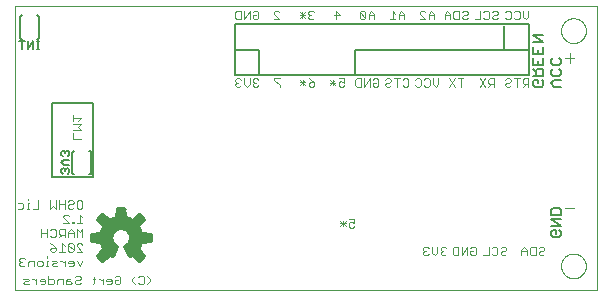
<source format=gbo>
G75*
%MOIN*%
%OFA0B0*%
%FSLAX25Y25*%
%IPPOS*%
%LPD*%
%AMOC8*
5,1,8,0,0,1.08239X$1,22.5*
%
%ADD10C,0.00000*%
%ADD11C,0.00400*%
%ADD12C,0.00700*%
%ADD13C,0.00800*%
%ADD14C,0.00500*%
%ADD15C,0.01000*%
%ADD16C,0.00600*%
%ADD17C,0.00300*%
D10*
X0013381Y0008000D02*
X0013381Y0102488D01*
X0207431Y0102488D01*
X0207431Y0008000D01*
X0013381Y0008000D01*
X0195547Y0016000D02*
X0195549Y0016128D01*
X0195555Y0016256D01*
X0195565Y0016383D01*
X0195579Y0016511D01*
X0195596Y0016637D01*
X0195618Y0016763D01*
X0195644Y0016889D01*
X0195673Y0017013D01*
X0195706Y0017137D01*
X0195743Y0017259D01*
X0195784Y0017380D01*
X0195829Y0017500D01*
X0195877Y0017619D01*
X0195929Y0017736D01*
X0195985Y0017851D01*
X0196044Y0017965D01*
X0196106Y0018076D01*
X0196172Y0018186D01*
X0196241Y0018293D01*
X0196314Y0018399D01*
X0196390Y0018502D01*
X0196469Y0018602D01*
X0196551Y0018701D01*
X0196636Y0018796D01*
X0196724Y0018889D01*
X0196815Y0018979D01*
X0196908Y0019066D01*
X0197005Y0019151D01*
X0197103Y0019232D01*
X0197205Y0019310D01*
X0197308Y0019385D01*
X0197414Y0019457D01*
X0197522Y0019526D01*
X0197632Y0019591D01*
X0197745Y0019652D01*
X0197859Y0019711D01*
X0197974Y0019765D01*
X0198092Y0019816D01*
X0198210Y0019864D01*
X0198331Y0019907D01*
X0198452Y0019947D01*
X0198575Y0019983D01*
X0198699Y0020016D01*
X0198824Y0020044D01*
X0198949Y0020069D01*
X0199075Y0020089D01*
X0199202Y0020106D01*
X0199330Y0020119D01*
X0199457Y0020128D01*
X0199585Y0020133D01*
X0199713Y0020134D01*
X0199841Y0020131D01*
X0199969Y0020124D01*
X0200096Y0020113D01*
X0200223Y0020098D01*
X0200350Y0020080D01*
X0200476Y0020057D01*
X0200601Y0020030D01*
X0200725Y0020000D01*
X0200848Y0019966D01*
X0200971Y0019928D01*
X0201092Y0019886D01*
X0201211Y0019840D01*
X0201329Y0019791D01*
X0201446Y0019738D01*
X0201561Y0019682D01*
X0201674Y0019622D01*
X0201785Y0019559D01*
X0201894Y0019492D01*
X0202001Y0019422D01*
X0202106Y0019348D01*
X0202208Y0019272D01*
X0202308Y0019192D01*
X0202406Y0019109D01*
X0202501Y0019023D01*
X0202593Y0018934D01*
X0202682Y0018843D01*
X0202769Y0018749D01*
X0202852Y0018652D01*
X0202933Y0018552D01*
X0203010Y0018451D01*
X0203085Y0018346D01*
X0203156Y0018240D01*
X0203223Y0018131D01*
X0203288Y0018021D01*
X0203348Y0017908D01*
X0203406Y0017794D01*
X0203459Y0017678D01*
X0203509Y0017560D01*
X0203556Y0017441D01*
X0203599Y0017320D01*
X0203638Y0017198D01*
X0203673Y0017075D01*
X0203704Y0016951D01*
X0203732Y0016826D01*
X0203755Y0016700D01*
X0203775Y0016574D01*
X0203791Y0016447D01*
X0203803Y0016320D01*
X0203811Y0016192D01*
X0203815Y0016064D01*
X0203815Y0015936D01*
X0203811Y0015808D01*
X0203803Y0015680D01*
X0203791Y0015553D01*
X0203775Y0015426D01*
X0203755Y0015300D01*
X0203732Y0015174D01*
X0203704Y0015049D01*
X0203673Y0014925D01*
X0203638Y0014802D01*
X0203599Y0014680D01*
X0203556Y0014559D01*
X0203509Y0014440D01*
X0203459Y0014322D01*
X0203406Y0014206D01*
X0203348Y0014092D01*
X0203288Y0013979D01*
X0203223Y0013869D01*
X0203156Y0013760D01*
X0203085Y0013654D01*
X0203010Y0013549D01*
X0202933Y0013448D01*
X0202852Y0013348D01*
X0202769Y0013251D01*
X0202682Y0013157D01*
X0202593Y0013066D01*
X0202501Y0012977D01*
X0202406Y0012891D01*
X0202308Y0012808D01*
X0202208Y0012728D01*
X0202106Y0012652D01*
X0202001Y0012578D01*
X0201894Y0012508D01*
X0201785Y0012441D01*
X0201674Y0012378D01*
X0201561Y0012318D01*
X0201446Y0012262D01*
X0201329Y0012209D01*
X0201211Y0012160D01*
X0201092Y0012114D01*
X0200971Y0012072D01*
X0200848Y0012034D01*
X0200725Y0012000D01*
X0200601Y0011970D01*
X0200476Y0011943D01*
X0200350Y0011920D01*
X0200223Y0011902D01*
X0200096Y0011887D01*
X0199969Y0011876D01*
X0199841Y0011869D01*
X0199713Y0011866D01*
X0199585Y0011867D01*
X0199457Y0011872D01*
X0199330Y0011881D01*
X0199202Y0011894D01*
X0199075Y0011911D01*
X0198949Y0011931D01*
X0198824Y0011956D01*
X0198699Y0011984D01*
X0198575Y0012017D01*
X0198452Y0012053D01*
X0198331Y0012093D01*
X0198210Y0012136D01*
X0198092Y0012184D01*
X0197974Y0012235D01*
X0197859Y0012289D01*
X0197745Y0012348D01*
X0197632Y0012409D01*
X0197522Y0012474D01*
X0197414Y0012543D01*
X0197308Y0012615D01*
X0197205Y0012690D01*
X0197103Y0012768D01*
X0197005Y0012849D01*
X0196908Y0012934D01*
X0196815Y0013021D01*
X0196724Y0013111D01*
X0196636Y0013204D01*
X0196551Y0013299D01*
X0196469Y0013398D01*
X0196390Y0013498D01*
X0196314Y0013601D01*
X0196241Y0013707D01*
X0196172Y0013814D01*
X0196106Y0013924D01*
X0196044Y0014035D01*
X0195985Y0014149D01*
X0195929Y0014264D01*
X0195877Y0014381D01*
X0195829Y0014500D01*
X0195784Y0014620D01*
X0195743Y0014741D01*
X0195706Y0014863D01*
X0195673Y0014987D01*
X0195644Y0015111D01*
X0195618Y0015237D01*
X0195596Y0015363D01*
X0195579Y0015489D01*
X0195565Y0015617D01*
X0195555Y0015744D01*
X0195549Y0015872D01*
X0195547Y0016000D01*
X0195547Y0094400D02*
X0195549Y0094528D01*
X0195555Y0094656D01*
X0195565Y0094783D01*
X0195579Y0094911D01*
X0195596Y0095037D01*
X0195618Y0095163D01*
X0195644Y0095289D01*
X0195673Y0095413D01*
X0195706Y0095537D01*
X0195743Y0095659D01*
X0195784Y0095780D01*
X0195829Y0095900D01*
X0195877Y0096019D01*
X0195929Y0096136D01*
X0195985Y0096251D01*
X0196044Y0096365D01*
X0196106Y0096476D01*
X0196172Y0096586D01*
X0196241Y0096693D01*
X0196314Y0096799D01*
X0196390Y0096902D01*
X0196469Y0097002D01*
X0196551Y0097101D01*
X0196636Y0097196D01*
X0196724Y0097289D01*
X0196815Y0097379D01*
X0196908Y0097466D01*
X0197005Y0097551D01*
X0197103Y0097632D01*
X0197205Y0097710D01*
X0197308Y0097785D01*
X0197414Y0097857D01*
X0197522Y0097926D01*
X0197632Y0097991D01*
X0197745Y0098052D01*
X0197859Y0098111D01*
X0197974Y0098165D01*
X0198092Y0098216D01*
X0198210Y0098264D01*
X0198331Y0098307D01*
X0198452Y0098347D01*
X0198575Y0098383D01*
X0198699Y0098416D01*
X0198824Y0098444D01*
X0198949Y0098469D01*
X0199075Y0098489D01*
X0199202Y0098506D01*
X0199330Y0098519D01*
X0199457Y0098528D01*
X0199585Y0098533D01*
X0199713Y0098534D01*
X0199841Y0098531D01*
X0199969Y0098524D01*
X0200096Y0098513D01*
X0200223Y0098498D01*
X0200350Y0098480D01*
X0200476Y0098457D01*
X0200601Y0098430D01*
X0200725Y0098400D01*
X0200848Y0098366D01*
X0200971Y0098328D01*
X0201092Y0098286D01*
X0201211Y0098240D01*
X0201329Y0098191D01*
X0201446Y0098138D01*
X0201561Y0098082D01*
X0201674Y0098022D01*
X0201785Y0097959D01*
X0201894Y0097892D01*
X0202001Y0097822D01*
X0202106Y0097748D01*
X0202208Y0097672D01*
X0202308Y0097592D01*
X0202406Y0097509D01*
X0202501Y0097423D01*
X0202593Y0097334D01*
X0202682Y0097243D01*
X0202769Y0097149D01*
X0202852Y0097052D01*
X0202933Y0096952D01*
X0203010Y0096851D01*
X0203085Y0096746D01*
X0203156Y0096640D01*
X0203223Y0096531D01*
X0203288Y0096421D01*
X0203348Y0096308D01*
X0203406Y0096194D01*
X0203459Y0096078D01*
X0203509Y0095960D01*
X0203556Y0095841D01*
X0203599Y0095720D01*
X0203638Y0095598D01*
X0203673Y0095475D01*
X0203704Y0095351D01*
X0203732Y0095226D01*
X0203755Y0095100D01*
X0203775Y0094974D01*
X0203791Y0094847D01*
X0203803Y0094720D01*
X0203811Y0094592D01*
X0203815Y0094464D01*
X0203815Y0094336D01*
X0203811Y0094208D01*
X0203803Y0094080D01*
X0203791Y0093953D01*
X0203775Y0093826D01*
X0203755Y0093700D01*
X0203732Y0093574D01*
X0203704Y0093449D01*
X0203673Y0093325D01*
X0203638Y0093202D01*
X0203599Y0093080D01*
X0203556Y0092959D01*
X0203509Y0092840D01*
X0203459Y0092722D01*
X0203406Y0092606D01*
X0203348Y0092492D01*
X0203288Y0092379D01*
X0203223Y0092269D01*
X0203156Y0092160D01*
X0203085Y0092054D01*
X0203010Y0091949D01*
X0202933Y0091848D01*
X0202852Y0091748D01*
X0202769Y0091651D01*
X0202682Y0091557D01*
X0202593Y0091466D01*
X0202501Y0091377D01*
X0202406Y0091291D01*
X0202308Y0091208D01*
X0202208Y0091128D01*
X0202106Y0091052D01*
X0202001Y0090978D01*
X0201894Y0090908D01*
X0201785Y0090841D01*
X0201674Y0090778D01*
X0201561Y0090718D01*
X0201446Y0090662D01*
X0201329Y0090609D01*
X0201211Y0090560D01*
X0201092Y0090514D01*
X0200971Y0090472D01*
X0200848Y0090434D01*
X0200725Y0090400D01*
X0200601Y0090370D01*
X0200476Y0090343D01*
X0200350Y0090320D01*
X0200223Y0090302D01*
X0200096Y0090287D01*
X0199969Y0090276D01*
X0199841Y0090269D01*
X0199713Y0090266D01*
X0199585Y0090267D01*
X0199457Y0090272D01*
X0199330Y0090281D01*
X0199202Y0090294D01*
X0199075Y0090311D01*
X0198949Y0090331D01*
X0198824Y0090356D01*
X0198699Y0090384D01*
X0198575Y0090417D01*
X0198452Y0090453D01*
X0198331Y0090493D01*
X0198210Y0090536D01*
X0198092Y0090584D01*
X0197974Y0090635D01*
X0197859Y0090689D01*
X0197745Y0090748D01*
X0197632Y0090809D01*
X0197522Y0090874D01*
X0197414Y0090943D01*
X0197308Y0091015D01*
X0197205Y0091090D01*
X0197103Y0091168D01*
X0197005Y0091249D01*
X0196908Y0091334D01*
X0196815Y0091421D01*
X0196724Y0091511D01*
X0196636Y0091604D01*
X0196551Y0091699D01*
X0196469Y0091798D01*
X0196390Y0091898D01*
X0196314Y0092001D01*
X0196241Y0092107D01*
X0196172Y0092214D01*
X0196106Y0092324D01*
X0196044Y0092435D01*
X0195985Y0092549D01*
X0195929Y0092664D01*
X0195877Y0092781D01*
X0195829Y0092900D01*
X0195784Y0093020D01*
X0195743Y0093141D01*
X0195706Y0093263D01*
X0195673Y0093387D01*
X0195644Y0093511D01*
X0195618Y0093637D01*
X0195596Y0093763D01*
X0195579Y0093889D01*
X0195565Y0094017D01*
X0195555Y0094144D01*
X0195549Y0094272D01*
X0195547Y0094400D01*
D11*
X0184681Y0099134D02*
X0184681Y0101002D01*
X0182812Y0101002D02*
X0182812Y0099134D01*
X0183747Y0098200D01*
X0184681Y0099134D01*
X0181734Y0098667D02*
X0181267Y0098200D01*
X0180333Y0098200D01*
X0179866Y0098667D01*
X0178788Y0098667D02*
X0178321Y0098200D01*
X0177386Y0098200D01*
X0176919Y0098667D01*
X0178788Y0098667D02*
X0178788Y0100535D01*
X0178321Y0101002D01*
X0177386Y0101002D01*
X0176919Y0100535D01*
X0174481Y0100535D02*
X0174481Y0100068D01*
X0174014Y0099601D01*
X0173080Y0099601D01*
X0172612Y0099134D01*
X0172612Y0098667D01*
X0173080Y0098200D01*
X0174014Y0098200D01*
X0174481Y0098667D01*
X0174481Y0100535D02*
X0174014Y0101002D01*
X0173080Y0101002D01*
X0172612Y0100535D01*
X0171534Y0100535D02*
X0171534Y0098667D01*
X0171067Y0098200D01*
X0170133Y0098200D01*
X0169666Y0098667D01*
X0168588Y0098200D02*
X0166719Y0098200D01*
X0168588Y0098200D02*
X0168588Y0101002D01*
X0169666Y0100535D02*
X0170133Y0101002D01*
X0171067Y0101002D01*
X0171534Y0100535D01*
X0164481Y0100535D02*
X0164481Y0100068D01*
X0164014Y0099601D01*
X0163080Y0099601D01*
X0162612Y0099134D01*
X0162612Y0098667D01*
X0163080Y0098200D01*
X0164014Y0098200D01*
X0164481Y0098667D01*
X0161534Y0098200D02*
X0160133Y0098200D01*
X0159666Y0098667D01*
X0159666Y0100535D01*
X0160133Y0101002D01*
X0161534Y0101002D01*
X0161534Y0098200D01*
X0158588Y0098200D02*
X0158588Y0100068D01*
X0157654Y0101002D01*
X0156719Y0100068D01*
X0156719Y0098200D01*
X0153281Y0098200D02*
X0153281Y0100068D01*
X0152347Y0101002D01*
X0151412Y0100068D01*
X0151412Y0098200D01*
X0150334Y0098200D02*
X0148466Y0100068D01*
X0148466Y0100535D01*
X0148933Y0101002D01*
X0149867Y0101002D01*
X0150334Y0100535D01*
X0151412Y0099601D02*
X0153281Y0099601D01*
X0156719Y0099601D02*
X0158588Y0099601D01*
X0162612Y0100535D02*
X0163080Y0101002D01*
X0164014Y0101002D01*
X0164481Y0100535D01*
X0150334Y0098200D02*
X0148466Y0098200D01*
X0143281Y0098200D02*
X0143281Y0100068D01*
X0142347Y0101002D01*
X0141412Y0100068D01*
X0141412Y0098200D01*
X0140334Y0098200D02*
X0138466Y0098200D01*
X0139400Y0098200D02*
X0139400Y0101002D01*
X0140334Y0100068D01*
X0141412Y0099601D02*
X0143281Y0099601D01*
X0133281Y0099601D02*
X0131412Y0099601D01*
X0131412Y0100068D02*
X0131412Y0098200D01*
X0130334Y0098667D02*
X0128466Y0100535D01*
X0128466Y0098667D01*
X0128933Y0098200D01*
X0129867Y0098200D01*
X0130334Y0098667D01*
X0130334Y0100535D01*
X0129867Y0101002D01*
X0128933Y0101002D01*
X0128466Y0100535D01*
X0131412Y0100068D02*
X0132347Y0101002D01*
X0133281Y0100068D01*
X0133281Y0098200D01*
X0121781Y0099601D02*
X0119912Y0099601D01*
X0120380Y0098200D02*
X0120380Y0101002D01*
X0121781Y0099601D01*
X0113181Y0098667D02*
X0112714Y0098200D01*
X0111780Y0098200D01*
X0111312Y0098667D01*
X0111312Y0099134D01*
X0111780Y0099601D01*
X0112247Y0099601D01*
X0111780Y0099601D02*
X0111312Y0100068D01*
X0111312Y0100535D01*
X0111780Y0101002D01*
X0112714Y0101002D01*
X0113181Y0100535D01*
X0110234Y0100535D02*
X0108366Y0098667D01*
X0109300Y0098667D02*
X0109300Y0100535D01*
X0108366Y0100535D02*
X0110234Y0098667D01*
X0110234Y0099601D02*
X0108366Y0099601D01*
X0101581Y0100535D02*
X0101114Y0101002D01*
X0100180Y0101002D01*
X0099712Y0100535D01*
X0099712Y0100068D01*
X0101581Y0098200D01*
X0099712Y0098200D01*
X0094681Y0098667D02*
X0094214Y0098200D01*
X0093280Y0098200D01*
X0092812Y0098667D01*
X0092812Y0099601D01*
X0093747Y0099601D01*
X0094681Y0100535D02*
X0094681Y0098667D01*
X0094681Y0100535D02*
X0094214Y0101002D01*
X0093280Y0101002D01*
X0092812Y0100535D01*
X0091734Y0101002D02*
X0089866Y0098200D01*
X0089866Y0101002D01*
X0088788Y0101002D02*
X0087386Y0101002D01*
X0086919Y0100535D01*
X0086919Y0098667D01*
X0087386Y0098200D01*
X0088788Y0098200D01*
X0088788Y0101002D01*
X0091734Y0101002D02*
X0091734Y0098200D01*
X0091734Y0078502D02*
X0091734Y0076634D01*
X0090800Y0075700D01*
X0089866Y0076634D01*
X0089866Y0078502D01*
X0088788Y0078035D02*
X0088321Y0078502D01*
X0087386Y0078502D01*
X0086919Y0078035D01*
X0086919Y0077568D01*
X0087386Y0077101D01*
X0086919Y0076634D01*
X0086919Y0076167D01*
X0087386Y0075700D01*
X0088321Y0075700D01*
X0088788Y0076167D01*
X0087854Y0077101D02*
X0087386Y0077101D01*
X0092812Y0076634D02*
X0092812Y0076167D01*
X0093280Y0075700D01*
X0094214Y0075700D01*
X0094681Y0076167D01*
X0093747Y0077101D02*
X0093280Y0077101D01*
X0092812Y0076634D01*
X0093280Y0077101D02*
X0092812Y0077568D01*
X0092812Y0078035D01*
X0093280Y0078502D01*
X0094214Y0078502D01*
X0094681Y0078035D01*
X0099912Y0078035D02*
X0101781Y0076167D01*
X0101781Y0075700D01*
X0099912Y0078035D02*
X0099912Y0078502D01*
X0101781Y0078502D01*
X0108466Y0078135D02*
X0110334Y0076267D01*
X0109400Y0076267D02*
X0109400Y0078135D01*
X0110334Y0078135D02*
X0108466Y0076267D01*
X0108466Y0077201D02*
X0110334Y0077201D01*
X0111412Y0076734D02*
X0111880Y0077201D01*
X0113281Y0077201D01*
X0113281Y0076267D01*
X0112814Y0075800D01*
X0111880Y0075800D01*
X0111412Y0076267D01*
X0111412Y0076734D01*
X0112347Y0078135D02*
X0113281Y0077201D01*
X0112347Y0078135D02*
X0111412Y0078602D01*
X0118466Y0078035D02*
X0120334Y0076167D01*
X0119400Y0076167D02*
X0119400Y0078035D01*
X0120334Y0078035D02*
X0118466Y0076167D01*
X0118466Y0077101D02*
X0120334Y0077101D01*
X0121412Y0077101D02*
X0121412Y0076167D01*
X0121880Y0075700D01*
X0122814Y0075700D01*
X0123281Y0076167D01*
X0123281Y0077101D02*
X0122347Y0077568D01*
X0121880Y0077568D01*
X0121412Y0077101D01*
X0121412Y0078502D02*
X0123281Y0078502D01*
X0123281Y0077101D01*
X0126919Y0076167D02*
X0127386Y0075700D01*
X0128788Y0075700D01*
X0128788Y0078502D01*
X0127386Y0078502D01*
X0126919Y0078035D01*
X0126919Y0076167D01*
X0129866Y0075700D02*
X0129866Y0078502D01*
X0131734Y0078502D02*
X0129866Y0075700D01*
X0131734Y0075700D02*
X0131734Y0078502D01*
X0132812Y0078035D02*
X0133280Y0078502D01*
X0134214Y0078502D01*
X0134681Y0078035D01*
X0134681Y0076167D01*
X0134214Y0075700D01*
X0133280Y0075700D01*
X0132812Y0076167D01*
X0132812Y0077101D01*
X0133747Y0077101D01*
X0136919Y0076634D02*
X0136919Y0076167D01*
X0137386Y0075700D01*
X0138321Y0075700D01*
X0138788Y0076167D01*
X0138321Y0077101D02*
X0137386Y0077101D01*
X0136919Y0076634D01*
X0136919Y0078035D02*
X0137386Y0078502D01*
X0138321Y0078502D01*
X0138788Y0078035D01*
X0138788Y0077568D01*
X0138321Y0077101D01*
X0139866Y0078502D02*
X0141734Y0078502D01*
X0140800Y0078502D02*
X0140800Y0075700D01*
X0142812Y0076167D02*
X0143280Y0075700D01*
X0144214Y0075700D01*
X0144681Y0076167D01*
X0144681Y0078035D01*
X0144214Y0078502D01*
X0143280Y0078502D01*
X0142812Y0078035D01*
X0146919Y0078035D02*
X0147386Y0078502D01*
X0148321Y0078502D01*
X0148788Y0078035D01*
X0148788Y0076167D01*
X0148321Y0075700D01*
X0147386Y0075700D01*
X0146919Y0076167D01*
X0149866Y0076167D02*
X0150333Y0075700D01*
X0151267Y0075700D01*
X0151734Y0076167D01*
X0151734Y0078035D01*
X0151267Y0078502D01*
X0150333Y0078502D01*
X0149866Y0078035D01*
X0152812Y0078502D02*
X0152812Y0076634D01*
X0153747Y0075700D01*
X0154681Y0076634D01*
X0154681Y0078502D01*
X0158166Y0078502D02*
X0160034Y0075700D01*
X0158166Y0075700D02*
X0160034Y0078502D01*
X0161112Y0078502D02*
X0162981Y0078502D01*
X0162047Y0078502D02*
X0162047Y0075700D01*
X0168366Y0075700D02*
X0170234Y0078502D01*
X0171312Y0078035D02*
X0171780Y0078502D01*
X0173181Y0078502D01*
X0173181Y0075700D01*
X0173181Y0076634D02*
X0171780Y0076634D01*
X0171312Y0077101D01*
X0171312Y0078035D01*
X0172247Y0076634D02*
X0171312Y0075700D01*
X0170234Y0075700D02*
X0168366Y0078502D01*
X0176919Y0078035D02*
X0177386Y0078502D01*
X0178321Y0078502D01*
X0178788Y0078035D01*
X0178788Y0077568D01*
X0178321Y0077101D01*
X0177386Y0077101D01*
X0176919Y0076634D01*
X0176919Y0076167D01*
X0177386Y0075700D01*
X0178321Y0075700D01*
X0178788Y0076167D01*
X0180800Y0075700D02*
X0180800Y0078502D01*
X0181734Y0078502D02*
X0179866Y0078502D01*
X0182812Y0078035D02*
X0182812Y0077101D01*
X0183280Y0076634D01*
X0184681Y0076634D01*
X0184681Y0075700D02*
X0184681Y0078502D01*
X0183280Y0078502D01*
X0182812Y0078035D01*
X0183747Y0076634D02*
X0182812Y0075700D01*
X0198450Y0083767D02*
X0198450Y0086837D01*
X0199985Y0085302D02*
X0196915Y0085302D01*
X0181734Y0098667D02*
X0181734Y0100535D01*
X0181267Y0101002D01*
X0180333Y0101002D01*
X0179866Y0100535D01*
X0196915Y0035302D02*
X0199985Y0035302D01*
X0189514Y0022302D02*
X0188580Y0022302D01*
X0188112Y0021835D01*
X0188580Y0020901D02*
X0188112Y0020434D01*
X0188112Y0019967D01*
X0188580Y0019500D01*
X0189514Y0019500D01*
X0189981Y0019967D01*
X0189514Y0020901D02*
X0188580Y0020901D01*
X0189514Y0020901D02*
X0189981Y0021368D01*
X0189981Y0021835D01*
X0189514Y0022302D01*
X0187034Y0022302D02*
X0185633Y0022302D01*
X0185166Y0021835D01*
X0185166Y0019967D01*
X0185633Y0019500D01*
X0187034Y0019500D01*
X0187034Y0022302D01*
X0184088Y0021368D02*
X0184088Y0019500D01*
X0184088Y0020901D02*
X0182219Y0020901D01*
X0182219Y0021368D02*
X0182219Y0019500D01*
X0182219Y0021368D02*
X0183154Y0022302D01*
X0184088Y0021368D01*
X0177281Y0021368D02*
X0176814Y0020901D01*
X0175880Y0020901D01*
X0175412Y0020434D01*
X0175412Y0019967D01*
X0175880Y0019500D01*
X0176814Y0019500D01*
X0177281Y0019967D01*
X0177281Y0021368D02*
X0177281Y0021835D01*
X0176814Y0022302D01*
X0175880Y0022302D01*
X0175412Y0021835D01*
X0174334Y0021835D02*
X0174334Y0019967D01*
X0173867Y0019500D01*
X0172933Y0019500D01*
X0172466Y0019967D01*
X0171388Y0019500D02*
X0169519Y0019500D01*
X0171388Y0019500D02*
X0171388Y0022302D01*
X0172466Y0021835D02*
X0172933Y0022302D01*
X0173867Y0022302D01*
X0174334Y0021835D01*
X0167181Y0021835D02*
X0167181Y0019967D01*
X0166714Y0019500D01*
X0165780Y0019500D01*
X0165312Y0019967D01*
X0165312Y0020901D01*
X0166247Y0020901D01*
X0167181Y0021835D02*
X0166714Y0022302D01*
X0165780Y0022302D01*
X0165312Y0021835D01*
X0164234Y0022302D02*
X0162366Y0019500D01*
X0162366Y0022302D01*
X0161288Y0022302D02*
X0159886Y0022302D01*
X0159419Y0021835D01*
X0159419Y0019967D01*
X0159886Y0019500D01*
X0161288Y0019500D01*
X0161288Y0022302D01*
X0164234Y0022302D02*
X0164234Y0019500D01*
X0157281Y0019967D02*
X0156814Y0019500D01*
X0155880Y0019500D01*
X0155412Y0019967D01*
X0155412Y0020434D01*
X0155880Y0020901D01*
X0156347Y0020901D01*
X0155880Y0020901D02*
X0155412Y0021368D01*
X0155412Y0021835D01*
X0155880Y0022302D01*
X0156814Y0022302D01*
X0157281Y0021835D01*
X0154334Y0022302D02*
X0154334Y0020434D01*
X0153400Y0019500D01*
X0152466Y0020434D01*
X0152466Y0022302D01*
X0151388Y0021835D02*
X0150921Y0022302D01*
X0149986Y0022302D01*
X0149519Y0021835D01*
X0149519Y0021368D01*
X0149986Y0020901D01*
X0149519Y0020434D01*
X0149519Y0019967D01*
X0149986Y0019500D01*
X0150921Y0019500D01*
X0151388Y0019967D01*
X0150454Y0020901D02*
X0149986Y0020901D01*
X0126681Y0029267D02*
X0126214Y0028800D01*
X0125280Y0028800D01*
X0124812Y0029267D01*
X0124812Y0030201D01*
X0125280Y0030668D01*
X0125747Y0030668D01*
X0126681Y0030201D01*
X0126681Y0031602D01*
X0124812Y0031602D01*
X0123734Y0031135D02*
X0121866Y0029267D01*
X0122800Y0029267D02*
X0122800Y0031135D01*
X0121866Y0031135D02*
X0123734Y0029267D01*
X0123734Y0030201D02*
X0121866Y0030201D01*
X0058481Y0011768D02*
X0058481Y0010834D01*
X0057547Y0009900D01*
X0056516Y0010367D02*
X0056049Y0009900D01*
X0055115Y0009900D01*
X0054648Y0010367D01*
X0053570Y0009900D02*
X0052636Y0010834D01*
X0052636Y0011768D01*
X0053570Y0012702D01*
X0054648Y0012235D02*
X0055115Y0012702D01*
X0056049Y0012702D01*
X0056516Y0012235D01*
X0056516Y0010367D01*
X0058481Y0011768D02*
X0057547Y0012702D01*
X0048659Y0012235D02*
X0048659Y0010367D01*
X0048192Y0009900D01*
X0047258Y0009900D01*
X0046791Y0010367D01*
X0046791Y0011301D01*
X0047725Y0011301D01*
X0048659Y0012235D02*
X0048192Y0012702D01*
X0047258Y0012702D01*
X0046791Y0012235D01*
X0045712Y0011301D02*
X0045245Y0011768D01*
X0044311Y0011768D01*
X0043844Y0011301D01*
X0043844Y0010834D01*
X0045712Y0010834D01*
X0045712Y0010367D02*
X0045712Y0011301D01*
X0045712Y0010367D02*
X0045245Y0009900D01*
X0044311Y0009900D01*
X0042766Y0009900D02*
X0042766Y0011768D01*
X0042766Y0010834D02*
X0041832Y0011768D01*
X0041365Y0011768D01*
X0040311Y0011768D02*
X0039376Y0011768D01*
X0039843Y0012235D02*
X0039843Y0010367D01*
X0039376Y0009900D01*
X0035400Y0010367D02*
X0034933Y0009900D01*
X0033998Y0009900D01*
X0033531Y0010367D01*
X0033531Y0010834D01*
X0033998Y0011301D01*
X0034933Y0011301D01*
X0035400Y0011768D01*
X0035400Y0012235D01*
X0034933Y0012702D01*
X0033998Y0012702D01*
X0033531Y0012235D01*
X0031986Y0011768D02*
X0031052Y0011768D01*
X0030585Y0011301D01*
X0030585Y0009900D01*
X0031986Y0009900D01*
X0032453Y0010367D01*
X0031986Y0010834D01*
X0030585Y0010834D01*
X0029507Y0009900D02*
X0029507Y0011768D01*
X0028105Y0011768D01*
X0027638Y0011301D01*
X0027638Y0009900D01*
X0026560Y0010367D02*
X0026560Y0011301D01*
X0026093Y0011768D01*
X0024692Y0011768D01*
X0024692Y0012702D02*
X0024692Y0009900D01*
X0026093Y0009900D01*
X0026560Y0010367D01*
X0023614Y0010367D02*
X0023614Y0011301D01*
X0023147Y0011768D01*
X0022212Y0011768D01*
X0021745Y0011301D01*
X0021745Y0010834D01*
X0023614Y0010834D01*
X0023614Y0010367D02*
X0023147Y0009900D01*
X0022212Y0009900D01*
X0020667Y0009900D02*
X0020667Y0011768D01*
X0020667Y0010834D02*
X0019733Y0011768D01*
X0019266Y0011768D01*
X0018212Y0011301D02*
X0017745Y0011768D01*
X0016343Y0011768D01*
X0016810Y0010834D02*
X0017745Y0010834D01*
X0018212Y0011301D01*
X0018212Y0009900D02*
X0016810Y0009900D01*
X0016343Y0010367D01*
X0016810Y0010834D01*
X0016361Y0015900D02*
X0016828Y0016367D01*
X0016361Y0015900D02*
X0015427Y0015900D01*
X0014960Y0016367D01*
X0014960Y0016834D01*
X0015427Y0017301D01*
X0015894Y0017301D01*
X0015427Y0017301D02*
X0014960Y0017768D01*
X0014960Y0018235D01*
X0015427Y0018702D01*
X0016361Y0018702D01*
X0016828Y0018235D01*
X0017907Y0017301D02*
X0017907Y0015900D01*
X0019775Y0015900D02*
X0019775Y0017768D01*
X0018374Y0017768D01*
X0017907Y0017301D01*
X0020853Y0017301D02*
X0020853Y0016367D01*
X0021320Y0015900D01*
X0022254Y0015900D01*
X0022721Y0016367D01*
X0022721Y0017301D01*
X0022254Y0017768D01*
X0021320Y0017768D01*
X0020853Y0017301D01*
X0023752Y0015900D02*
X0024686Y0015900D01*
X0024219Y0015900D02*
X0024219Y0017768D01*
X0024686Y0017768D01*
X0024219Y0018702D02*
X0024219Y0019169D01*
X0025764Y0017768D02*
X0027165Y0017768D01*
X0027632Y0017301D01*
X0027165Y0016834D01*
X0026231Y0016834D01*
X0025764Y0016367D01*
X0026231Y0015900D01*
X0027632Y0015900D01*
X0028686Y0017768D02*
X0029154Y0017768D01*
X0030088Y0016834D01*
X0030088Y0015900D02*
X0030088Y0017768D01*
X0031166Y0017301D02*
X0031166Y0016834D01*
X0033034Y0016834D01*
X0033034Y0016367D02*
X0033034Y0017301D01*
X0032567Y0017768D01*
X0031633Y0017768D01*
X0031166Y0017301D01*
X0032567Y0015900D02*
X0033034Y0016367D01*
X0032567Y0015900D02*
X0031633Y0015900D01*
X0034112Y0017768D02*
X0035047Y0015900D01*
X0035981Y0017768D01*
X0035981Y0020700D02*
X0034112Y0020700D01*
X0033034Y0021167D02*
X0031166Y0023035D01*
X0031166Y0021167D01*
X0031633Y0020700D01*
X0032567Y0020700D01*
X0033034Y0021167D01*
X0033034Y0023035D01*
X0032567Y0023502D01*
X0031633Y0023502D01*
X0031166Y0023035D01*
X0030088Y0022568D02*
X0029154Y0023502D01*
X0029154Y0020700D01*
X0030088Y0020700D02*
X0028219Y0020700D01*
X0027141Y0021167D02*
X0027141Y0022101D01*
X0025740Y0022101D01*
X0025273Y0021634D01*
X0025273Y0021167D01*
X0025740Y0020700D01*
X0026674Y0020700D01*
X0027141Y0021167D01*
X0027141Y0022101D02*
X0026207Y0023035D01*
X0025273Y0023502D01*
X0025740Y0025500D02*
X0025273Y0025967D01*
X0025740Y0025500D02*
X0026674Y0025500D01*
X0027141Y0025967D01*
X0027141Y0027835D01*
X0026674Y0028302D01*
X0025740Y0028302D01*
X0025273Y0027835D01*
X0024195Y0028302D02*
X0024195Y0025500D01*
X0022326Y0025500D02*
X0022326Y0028302D01*
X0022326Y0026901D02*
X0024195Y0026901D01*
X0028219Y0026901D02*
X0028686Y0026434D01*
X0030088Y0026434D01*
X0030088Y0025500D02*
X0030088Y0028302D01*
X0028686Y0028302D01*
X0028219Y0027835D01*
X0028219Y0026901D01*
X0029154Y0026434D02*
X0028219Y0025500D01*
X0031166Y0025500D02*
X0031166Y0027368D01*
X0032100Y0028302D01*
X0033034Y0027368D01*
X0033034Y0025500D01*
X0034112Y0025500D02*
X0034112Y0028302D01*
X0035047Y0027368D01*
X0035981Y0028302D01*
X0035981Y0025500D01*
X0035514Y0023502D02*
X0035981Y0023035D01*
X0035514Y0023502D02*
X0034580Y0023502D01*
X0034112Y0023035D01*
X0034112Y0022568D01*
X0035981Y0020700D01*
X0033034Y0026901D02*
X0031166Y0026901D01*
X0031561Y0030300D02*
X0029693Y0030300D01*
X0031561Y0030300D02*
X0029693Y0032168D01*
X0029693Y0032635D01*
X0030160Y0033102D01*
X0031094Y0033102D01*
X0031561Y0032635D01*
X0032567Y0030767D02*
X0032567Y0030300D01*
X0033034Y0030300D01*
X0033034Y0030767D01*
X0032567Y0030767D01*
X0034112Y0030300D02*
X0035981Y0030300D01*
X0035047Y0030300D02*
X0035047Y0033102D01*
X0035981Y0032168D01*
X0035514Y0035100D02*
X0034580Y0035100D01*
X0034112Y0035567D01*
X0034112Y0037435D01*
X0034580Y0037902D01*
X0035514Y0037902D01*
X0035981Y0037435D01*
X0035981Y0035567D01*
X0035514Y0035100D01*
X0033034Y0035567D02*
X0032567Y0035100D01*
X0031633Y0035100D01*
X0031166Y0035567D01*
X0031166Y0036034D01*
X0031633Y0036501D01*
X0032567Y0036501D01*
X0033034Y0036968D01*
X0033034Y0037435D01*
X0032567Y0037902D01*
X0031633Y0037902D01*
X0031166Y0037435D01*
X0030088Y0037902D02*
X0030088Y0035100D01*
X0028219Y0035100D02*
X0028219Y0037902D01*
X0027141Y0037902D02*
X0027141Y0035100D01*
X0026207Y0036034D01*
X0025273Y0035100D01*
X0025273Y0037902D01*
X0028219Y0036501D02*
X0030088Y0036501D01*
X0021248Y0035100D02*
X0019380Y0035100D01*
X0018302Y0035100D02*
X0017367Y0035100D01*
X0017835Y0035100D02*
X0017835Y0036968D01*
X0018302Y0036968D01*
X0017835Y0037902D02*
X0017835Y0038369D01*
X0016337Y0036501D02*
X0016337Y0035567D01*
X0015870Y0035100D01*
X0014469Y0035100D01*
X0014469Y0036968D02*
X0015870Y0036968D01*
X0016337Y0036501D01*
X0021248Y0037902D02*
X0021248Y0035100D01*
D12*
X0192231Y0034618D02*
X0192231Y0032967D01*
X0195534Y0032967D01*
X0195534Y0034618D01*
X0194983Y0035169D01*
X0192781Y0035169D01*
X0192231Y0034618D01*
X0192231Y0031486D02*
X0195534Y0031486D01*
X0195534Y0029284D02*
X0192231Y0029284D01*
X0192781Y0027802D02*
X0193882Y0027802D01*
X0193882Y0026702D01*
X0192781Y0027802D02*
X0192231Y0027252D01*
X0192231Y0026151D01*
X0192781Y0025601D01*
X0194983Y0025601D01*
X0195534Y0026151D01*
X0195534Y0027252D01*
X0194983Y0027802D01*
X0195534Y0029284D02*
X0192231Y0031486D01*
X0193332Y0075701D02*
X0192231Y0076802D01*
X0193332Y0077902D01*
X0195534Y0077902D01*
X0194983Y0079384D02*
X0192781Y0079384D01*
X0192231Y0079934D01*
X0192231Y0081035D01*
X0192781Y0081586D01*
X0192781Y0083067D02*
X0192231Y0083617D01*
X0192231Y0084718D01*
X0192781Y0085269D01*
X0194983Y0085269D02*
X0195534Y0084718D01*
X0195534Y0083617D01*
X0194983Y0083067D01*
X0192781Y0083067D01*
X0194983Y0081586D02*
X0195534Y0081035D01*
X0195534Y0079934D01*
X0194983Y0079384D01*
X0195534Y0075701D02*
X0193332Y0075701D01*
D13*
X0184881Y0079500D02*
X0184881Y0096500D01*
X0086881Y0096500D01*
X0086881Y0088000D01*
X0094881Y0088000D01*
X0094881Y0080000D01*
X0086881Y0079500D02*
X0086881Y0088000D01*
X0086881Y0079500D02*
X0184881Y0079500D01*
X0184881Y0088000D02*
X0176381Y0088000D01*
X0176381Y0096000D01*
X0176381Y0088000D02*
X0126881Y0088000D01*
X0126881Y0080000D01*
D14*
X0186131Y0079433D02*
X0189634Y0079433D01*
X0189634Y0081185D01*
X0189050Y0081768D01*
X0187882Y0081768D01*
X0187298Y0081185D01*
X0187298Y0079433D01*
X0187298Y0080601D02*
X0186131Y0081768D01*
X0186131Y0083116D02*
X0186131Y0085452D01*
X0187882Y0084284D02*
X0187882Y0083116D01*
X0186131Y0083116D02*
X0189634Y0083116D01*
X0189634Y0085452D01*
X0189634Y0086799D02*
X0186131Y0086799D01*
X0186131Y0089135D01*
X0186131Y0090483D02*
X0189634Y0090483D01*
X0186131Y0092818D01*
X0189634Y0092818D01*
X0189634Y0089135D02*
X0189634Y0086799D01*
X0187882Y0086799D02*
X0187882Y0087967D01*
X0187882Y0078085D02*
X0186715Y0078085D01*
X0186131Y0077501D01*
X0186131Y0076334D01*
X0186715Y0075750D01*
X0189050Y0075750D01*
X0189634Y0076334D01*
X0189634Y0077501D01*
X0189050Y0078085D01*
X0187882Y0078085D02*
X0187882Y0076918D01*
X0038918Y0053750D02*
X0038918Y0047450D01*
X0038917Y0047450D02*
X0038926Y0047397D01*
X0038932Y0047344D01*
X0038933Y0047291D01*
X0038931Y0047237D01*
X0038924Y0047184D01*
X0038914Y0047131D01*
X0038901Y0047080D01*
X0038883Y0047029D01*
X0038863Y0046980D01*
X0038838Y0046932D01*
X0038810Y0046886D01*
X0038780Y0046842D01*
X0038746Y0046801D01*
X0038709Y0046762D01*
X0038669Y0046726D01*
X0038627Y0046693D01*
X0038583Y0046663D01*
X0038537Y0046636D01*
X0038489Y0046612D01*
X0038439Y0046592D01*
X0038388Y0046576D01*
X0038336Y0046563D01*
X0033225Y0046563D02*
X0033174Y0046572D01*
X0033124Y0046586D01*
X0033075Y0046603D01*
X0033028Y0046624D01*
X0032982Y0046648D01*
X0032938Y0046675D01*
X0032897Y0046706D01*
X0032857Y0046740D01*
X0032821Y0046776D01*
X0032787Y0046816D01*
X0032756Y0046857D01*
X0032729Y0046901D01*
X0032705Y0046947D01*
X0032684Y0046994D01*
X0032667Y0047043D01*
X0032653Y0047093D01*
X0032644Y0047144D01*
X0032638Y0047195D01*
X0032636Y0047247D01*
X0032638Y0047299D01*
X0032644Y0047350D01*
X0032644Y0053650D01*
X0032638Y0053701D01*
X0032636Y0053753D01*
X0032638Y0053805D01*
X0032644Y0053856D01*
X0032653Y0053907D01*
X0032667Y0053957D01*
X0032684Y0054006D01*
X0032705Y0054053D01*
X0032729Y0054099D01*
X0032756Y0054143D01*
X0032787Y0054184D01*
X0032821Y0054224D01*
X0032857Y0054260D01*
X0032897Y0054294D01*
X0032938Y0054325D01*
X0032982Y0054352D01*
X0033028Y0054376D01*
X0033075Y0054397D01*
X0033124Y0054414D01*
X0033174Y0054428D01*
X0033225Y0054437D01*
X0031633Y0053929D02*
X0031633Y0053029D01*
X0031183Y0052578D01*
X0031633Y0051433D02*
X0029831Y0051433D01*
X0028931Y0050533D01*
X0029831Y0049632D01*
X0031633Y0049632D01*
X0031183Y0048487D02*
X0030732Y0048487D01*
X0030282Y0048036D01*
X0029831Y0048487D01*
X0029381Y0048487D01*
X0028931Y0048036D01*
X0028931Y0047136D01*
X0029381Y0046685D01*
X0030282Y0047586D02*
X0030282Y0048036D01*
X0031183Y0048487D02*
X0031633Y0048036D01*
X0031633Y0047136D01*
X0031183Y0046685D01*
X0029381Y0052578D02*
X0028931Y0053029D01*
X0028931Y0053929D01*
X0029381Y0054380D01*
X0029831Y0054380D01*
X0030282Y0053929D01*
X0030282Y0053479D01*
X0030282Y0053929D02*
X0030732Y0054380D01*
X0031183Y0054380D01*
X0031633Y0053929D01*
X0038336Y0054437D02*
X0038383Y0054431D01*
X0038430Y0054422D01*
X0038476Y0054409D01*
X0038521Y0054393D01*
X0038564Y0054374D01*
X0038606Y0054351D01*
X0038646Y0054325D01*
X0038684Y0054297D01*
X0038720Y0054265D01*
X0038753Y0054231D01*
X0038784Y0054195D01*
X0038812Y0054157D01*
X0038837Y0054116D01*
X0038858Y0054074D01*
X0038877Y0054030D01*
X0038892Y0053985D01*
X0038904Y0053939D01*
X0038913Y0053892D01*
X0038918Y0053845D01*
X0038919Y0053797D01*
X0038917Y0053750D01*
X0021606Y0088150D02*
X0020705Y0088150D01*
X0021155Y0088150D02*
X0021155Y0090852D01*
X0020705Y0090852D02*
X0021606Y0090852D01*
X0019641Y0090852D02*
X0017840Y0088150D01*
X0017840Y0090852D01*
X0016695Y0090852D02*
X0014893Y0090852D01*
X0015794Y0090852D02*
X0015794Y0088150D01*
X0019641Y0088150D02*
X0019641Y0090852D01*
X0020836Y0091663D02*
X0020887Y0091672D01*
X0020937Y0091686D01*
X0020986Y0091703D01*
X0021033Y0091724D01*
X0021079Y0091748D01*
X0021123Y0091775D01*
X0021164Y0091806D01*
X0021204Y0091840D01*
X0021240Y0091876D01*
X0021274Y0091916D01*
X0021305Y0091957D01*
X0021332Y0092001D01*
X0021356Y0092047D01*
X0021377Y0092094D01*
X0021394Y0092143D01*
X0021408Y0092193D01*
X0021417Y0092244D01*
X0021423Y0092295D01*
X0021425Y0092347D01*
X0021423Y0092399D01*
X0021417Y0092450D01*
X0021418Y0092450D02*
X0021418Y0098750D01*
X0021417Y0098750D02*
X0021423Y0098801D01*
X0021425Y0098853D01*
X0021423Y0098905D01*
X0021417Y0098956D01*
X0021408Y0099007D01*
X0021394Y0099057D01*
X0021377Y0099106D01*
X0021356Y0099153D01*
X0021332Y0099199D01*
X0021305Y0099243D01*
X0021274Y0099284D01*
X0021240Y0099324D01*
X0021204Y0099360D01*
X0021164Y0099394D01*
X0021123Y0099425D01*
X0021079Y0099452D01*
X0021033Y0099476D01*
X0020986Y0099497D01*
X0020937Y0099514D01*
X0020887Y0099528D01*
X0020836Y0099537D01*
X0015725Y0099537D02*
X0015673Y0099524D01*
X0015622Y0099508D01*
X0015572Y0099488D01*
X0015524Y0099464D01*
X0015478Y0099437D01*
X0015434Y0099407D01*
X0015392Y0099374D01*
X0015352Y0099338D01*
X0015315Y0099299D01*
X0015281Y0099258D01*
X0015251Y0099214D01*
X0015223Y0099168D01*
X0015198Y0099120D01*
X0015178Y0099071D01*
X0015160Y0099020D01*
X0015147Y0098969D01*
X0015137Y0098916D01*
X0015130Y0098863D01*
X0015128Y0098809D01*
X0015129Y0098756D01*
X0015135Y0098703D01*
X0015144Y0098650D01*
X0015144Y0092350D01*
X0015142Y0092303D01*
X0015143Y0092255D01*
X0015148Y0092208D01*
X0015157Y0092161D01*
X0015169Y0092115D01*
X0015184Y0092070D01*
X0015203Y0092026D01*
X0015224Y0091984D01*
X0015249Y0091943D01*
X0015277Y0091905D01*
X0015308Y0091869D01*
X0015341Y0091835D01*
X0015377Y0091803D01*
X0015415Y0091775D01*
X0015455Y0091749D01*
X0015497Y0091726D01*
X0015540Y0091707D01*
X0015585Y0091691D01*
X0015631Y0091678D01*
X0015678Y0091669D01*
X0015725Y0091663D01*
D15*
X0047562Y0035426D02*
X0049999Y0035426D01*
X0050327Y0032199D01*
X0051412Y0031852D01*
X0052424Y0031330D01*
X0054937Y0033380D01*
X0056661Y0031657D01*
X0054611Y0029143D01*
X0055132Y0028131D01*
X0055480Y0027046D01*
X0058706Y0026719D01*
X0058706Y0024281D01*
X0055480Y0023954D01*
X0055132Y0022869D01*
X0054611Y0021857D01*
X0056661Y0019343D01*
X0054937Y0017620D01*
X0052424Y0019670D01*
X0051412Y0019148D01*
X0049977Y0022613D01*
X0050517Y0022901D01*
X0050991Y0023290D01*
X0051379Y0023764D01*
X0051668Y0024304D01*
X0051846Y0024890D01*
X0051906Y0025500D01*
X0051840Y0026138D01*
X0051645Y0026750D01*
X0051329Y0027308D01*
X0050906Y0027791D01*
X0050394Y0028176D01*
X0049813Y0028449D01*
X0049189Y0028598D01*
X0048547Y0028616D01*
X0047916Y0028502D01*
X0047321Y0028262D01*
X0046787Y0027906D01*
X0046338Y0027448D01*
X0045991Y0026908D01*
X0045762Y0026309D01*
X0045661Y0025675D01*
X0045691Y0025034D01*
X0045851Y0024413D01*
X0046135Y0023837D01*
X0046530Y0023332D01*
X0047020Y0022918D01*
X0047585Y0022613D01*
X0046150Y0019148D01*
X0045137Y0019670D01*
X0042624Y0017620D01*
X0040901Y0019343D01*
X0042950Y0021857D01*
X0042429Y0022869D01*
X0042082Y0023954D01*
X0038855Y0024281D01*
X0038855Y0026719D01*
X0042082Y0027046D01*
X0042429Y0028131D01*
X0042950Y0029143D01*
X0040901Y0031657D01*
X0042624Y0033380D01*
X0045137Y0031330D01*
X0046150Y0031852D01*
X0047234Y0032199D01*
X0047562Y0035426D01*
X0049999Y0035426D01*
X0050327Y0032199D01*
X0050250Y0032963D02*
X0047312Y0032963D01*
X0047234Y0032199D02*
X0047562Y0035426D01*
X0047515Y0034960D02*
X0050047Y0034960D01*
X0050148Y0033961D02*
X0047413Y0033961D01*
X0046501Y0031964D02*
X0051060Y0031964D01*
X0052424Y0031330D02*
X0054937Y0033380D01*
X0056661Y0031657D01*
X0054611Y0029143D01*
X0054701Y0028969D02*
X0042860Y0028969D01*
X0042950Y0029143D02*
X0040901Y0031657D01*
X0042624Y0033380D01*
X0045137Y0031330D01*
X0044360Y0031964D02*
X0041208Y0031964D01*
X0041464Y0030966D02*
X0056097Y0030966D01*
X0056353Y0031964D02*
X0053201Y0031964D01*
X0054426Y0032963D02*
X0055355Y0032963D01*
X0055283Y0029967D02*
X0042278Y0029967D01*
X0042378Y0027970D02*
X0046883Y0027970D01*
X0046032Y0026972D02*
X0041346Y0026972D01*
X0042082Y0027046D02*
X0038855Y0026719D01*
X0038855Y0024281D01*
X0042082Y0023954D01*
X0041859Y0023976D02*
X0046066Y0023976D01*
X0045706Y0024975D02*
X0038855Y0024975D01*
X0038855Y0025973D02*
X0045709Y0025973D01*
X0051412Y0019148D02*
X0051561Y0019212D01*
X0051709Y0019280D01*
X0051856Y0019351D01*
X0052001Y0019426D01*
X0052144Y0019504D01*
X0052285Y0019585D01*
X0052424Y0019670D01*
X0054937Y0017620D01*
X0056661Y0019343D01*
X0054611Y0021857D01*
X0054674Y0021979D02*
X0050239Y0021979D01*
X0049977Y0022613D02*
X0051412Y0019148D01*
X0051066Y0019982D02*
X0056140Y0019982D01*
X0056301Y0018984D02*
X0053265Y0018984D01*
X0054490Y0017985D02*
X0055302Y0017985D01*
X0055325Y0020981D02*
X0050653Y0020981D01*
X0047322Y0021979D02*
X0042887Y0021979D01*
X0042950Y0021857D02*
X0040901Y0019343D01*
X0042624Y0017620D01*
X0045137Y0019670D01*
X0044296Y0018984D02*
X0041260Y0018984D01*
X0041422Y0019982D02*
X0046495Y0019982D01*
X0046150Y0019148D02*
X0047585Y0022613D01*
X0046949Y0022978D02*
X0042394Y0022978D01*
X0042236Y0020981D02*
X0046909Y0020981D01*
X0050610Y0022978D02*
X0055167Y0022978D01*
X0055480Y0023954D02*
X0058706Y0024281D01*
X0058706Y0026719D01*
X0055480Y0027046D01*
X0056215Y0026972D02*
X0051520Y0026972D01*
X0051857Y0025973D02*
X0058706Y0025973D01*
X0058706Y0024975D02*
X0051854Y0024975D01*
X0051493Y0023976D02*
X0055702Y0023976D01*
X0046149Y0019148D02*
X0046000Y0019212D01*
X0045852Y0019280D01*
X0045705Y0019351D01*
X0045560Y0019426D01*
X0045417Y0019504D01*
X0045276Y0019585D01*
X0045137Y0019670D01*
X0043072Y0017985D02*
X0042259Y0017985D01*
X0047585Y0022613D02*
X0047483Y0022658D01*
X0047382Y0022706D01*
X0047283Y0022757D01*
X0047186Y0022813D01*
X0047091Y0022871D01*
X0046998Y0022933D01*
X0046908Y0022999D01*
X0046820Y0023067D01*
X0046734Y0023138D01*
X0046651Y0023213D01*
X0046571Y0023291D01*
X0046494Y0023371D01*
X0046419Y0023454D01*
X0046348Y0023539D01*
X0046279Y0023627D01*
X0046214Y0023718D01*
X0046152Y0023811D01*
X0046093Y0023906D01*
X0046038Y0024003D01*
X0045986Y0024101D01*
X0045938Y0024202D01*
X0045894Y0024304D01*
X0045853Y0024408D01*
X0045816Y0024513D01*
X0045783Y0024620D01*
X0045753Y0024727D01*
X0045727Y0024836D01*
X0045706Y0024945D01*
X0045688Y0025055D01*
X0045674Y0025166D01*
X0045664Y0025277D01*
X0045658Y0025389D01*
X0045656Y0025500D01*
X0045658Y0025612D01*
X0045664Y0025723D01*
X0045674Y0025834D01*
X0045688Y0025945D01*
X0045706Y0026055D01*
X0045727Y0026164D01*
X0045753Y0026273D01*
X0045783Y0026381D01*
X0045816Y0026487D01*
X0045853Y0026592D01*
X0045894Y0026696D01*
X0045938Y0026798D01*
X0045987Y0026899D01*
X0046038Y0026998D01*
X0046093Y0027095D01*
X0046152Y0027190D01*
X0046214Y0027282D01*
X0046279Y0027373D01*
X0046348Y0027461D01*
X0046419Y0027546D01*
X0046494Y0027629D01*
X0046571Y0027710D01*
X0046652Y0027787D01*
X0046735Y0027862D01*
X0046820Y0027933D01*
X0046908Y0028002D01*
X0046999Y0028067D01*
X0047091Y0028129D01*
X0047186Y0028188D01*
X0047283Y0028243D01*
X0047382Y0028294D01*
X0047483Y0028343D01*
X0047585Y0028387D01*
X0047689Y0028428D01*
X0047794Y0028465D01*
X0047901Y0028498D01*
X0048008Y0028528D01*
X0048117Y0028554D01*
X0048226Y0028575D01*
X0048336Y0028593D01*
X0048447Y0028607D01*
X0048558Y0028617D01*
X0048669Y0028623D01*
X0048781Y0028625D01*
X0048892Y0028623D01*
X0049004Y0028617D01*
X0049115Y0028607D01*
X0049226Y0028593D01*
X0049336Y0028575D01*
X0049445Y0028554D01*
X0049554Y0028528D01*
X0049661Y0028498D01*
X0049768Y0028465D01*
X0049873Y0028428D01*
X0049977Y0028387D01*
X0050079Y0028343D01*
X0050180Y0028295D01*
X0050278Y0028243D01*
X0050375Y0028188D01*
X0050470Y0028129D01*
X0050563Y0028067D01*
X0050654Y0028002D01*
X0050742Y0027933D01*
X0050827Y0027862D01*
X0050910Y0027787D01*
X0050991Y0027710D01*
X0051068Y0027630D01*
X0051143Y0027547D01*
X0051214Y0027461D01*
X0051283Y0027373D01*
X0051348Y0027282D01*
X0051410Y0027190D01*
X0051468Y0027095D01*
X0051524Y0026998D01*
X0051575Y0026899D01*
X0051623Y0026798D01*
X0051668Y0026696D01*
X0051709Y0026592D01*
X0051746Y0026487D01*
X0051779Y0026381D01*
X0051809Y0026273D01*
X0051835Y0026165D01*
X0051856Y0026055D01*
X0051874Y0025945D01*
X0051888Y0025834D01*
X0051898Y0025723D01*
X0051904Y0025612D01*
X0051906Y0025500D01*
X0051904Y0025392D01*
X0051899Y0025284D01*
X0051889Y0025176D01*
X0051876Y0025069D01*
X0051859Y0024962D01*
X0051839Y0024855D01*
X0051815Y0024750D01*
X0051787Y0024645D01*
X0051755Y0024541D01*
X0051720Y0024439D01*
X0051682Y0024338D01*
X0051640Y0024238D01*
X0051594Y0024140D01*
X0051546Y0024043D01*
X0051493Y0023948D01*
X0051438Y0023855D01*
X0051379Y0023764D01*
X0051318Y0023675D01*
X0051253Y0023588D01*
X0051185Y0023504D01*
X0051115Y0023422D01*
X0051041Y0023342D01*
X0050965Y0023265D01*
X0050886Y0023191D01*
X0050805Y0023119D01*
X0050721Y0023050D01*
X0050635Y0022985D01*
X0050547Y0022922D01*
X0050457Y0022862D01*
X0050364Y0022806D01*
X0050270Y0022752D01*
X0050174Y0022703D01*
X0050076Y0022656D01*
X0049977Y0022613D01*
X0054611Y0021857D02*
X0054696Y0021996D01*
X0054777Y0022137D01*
X0054855Y0022280D01*
X0054930Y0022425D01*
X0055001Y0022571D01*
X0055069Y0022719D01*
X0055133Y0022869D01*
X0055193Y0023020D01*
X0055250Y0023173D01*
X0055303Y0023327D01*
X0055353Y0023482D01*
X0055399Y0023638D01*
X0055441Y0023795D01*
X0055480Y0023954D01*
X0052424Y0031330D02*
X0052285Y0031415D01*
X0052144Y0031496D01*
X0052001Y0031574D01*
X0051856Y0031649D01*
X0051710Y0031720D01*
X0051562Y0031788D01*
X0051412Y0031852D01*
X0051261Y0031912D01*
X0051108Y0031969D01*
X0050954Y0032022D01*
X0050799Y0032072D01*
X0050643Y0032118D01*
X0050486Y0032160D01*
X0050327Y0032199D01*
X0043136Y0032963D02*
X0042207Y0032963D01*
X0050668Y0027970D02*
X0055184Y0027970D01*
X0042951Y0029143D02*
X0042866Y0029004D01*
X0042785Y0028863D01*
X0042707Y0028720D01*
X0042632Y0028575D01*
X0042561Y0028429D01*
X0042493Y0028281D01*
X0042429Y0028131D01*
X0042369Y0027980D01*
X0042312Y0027827D01*
X0042259Y0027673D01*
X0042209Y0027518D01*
X0042163Y0027362D01*
X0042121Y0027205D01*
X0042082Y0027046D01*
X0045138Y0031330D02*
X0045277Y0031415D01*
X0045418Y0031496D01*
X0045561Y0031574D01*
X0045706Y0031649D01*
X0045852Y0031720D01*
X0046000Y0031788D01*
X0046150Y0031852D01*
X0046301Y0031912D01*
X0046454Y0031969D01*
X0046608Y0032022D01*
X0046763Y0032072D01*
X0046919Y0032118D01*
X0047076Y0032160D01*
X0047235Y0032199D01*
X0054611Y0029143D02*
X0054696Y0029004D01*
X0054777Y0028863D01*
X0054855Y0028720D01*
X0054930Y0028575D01*
X0055001Y0028429D01*
X0055069Y0028281D01*
X0055133Y0028131D01*
X0055193Y0027980D01*
X0055250Y0027827D01*
X0055303Y0027673D01*
X0055353Y0027518D01*
X0055399Y0027362D01*
X0055441Y0027205D01*
X0055480Y0027046D01*
X0042951Y0021857D02*
X0042866Y0021996D01*
X0042785Y0022137D01*
X0042707Y0022280D01*
X0042632Y0022425D01*
X0042561Y0022571D01*
X0042493Y0022719D01*
X0042429Y0022869D01*
X0042369Y0023020D01*
X0042312Y0023173D01*
X0042259Y0023327D01*
X0042209Y0023482D01*
X0042163Y0023638D01*
X0042121Y0023795D01*
X0042082Y0023954D01*
D16*
X0039588Y0045701D02*
X0025966Y0045701D01*
X0025966Y0070299D01*
X0039588Y0070299D01*
X0039588Y0045701D01*
D17*
X0035633Y0058310D02*
X0032731Y0058310D01*
X0032731Y0060245D01*
X0032731Y0061257D02*
X0035633Y0061257D01*
X0034666Y0062224D01*
X0035633Y0063192D01*
X0032731Y0063192D01*
X0032731Y0064203D02*
X0032731Y0066138D01*
X0032731Y0065171D02*
X0035633Y0065171D01*
X0034666Y0064203D01*
M02*

</source>
